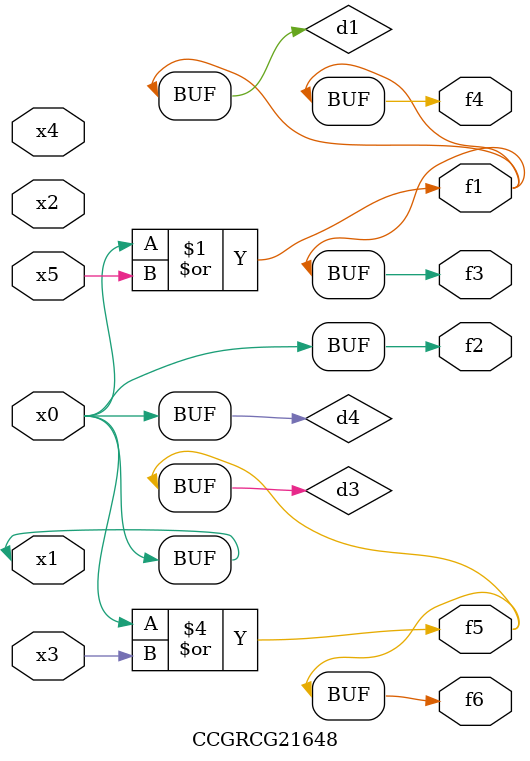
<source format=v>
module CCGRCG21648(
	input x0, x1, x2, x3, x4, x5,
	output f1, f2, f3, f4, f5, f6
);

	wire d1, d2, d3, d4;

	or (d1, x0, x5);
	xnor (d2, x1, x4);
	or (d3, x0, x3);
	buf (d4, x0, x1);
	assign f1 = d1;
	assign f2 = d4;
	assign f3 = d1;
	assign f4 = d1;
	assign f5 = d3;
	assign f6 = d3;
endmodule

</source>
